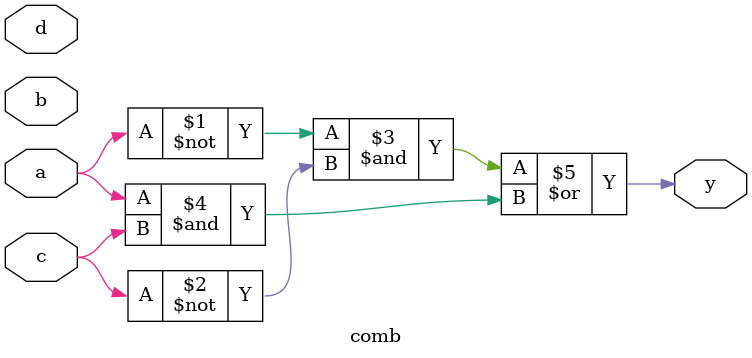
<source format=v>
/*F(A,B,C,D)=SUM(0,1,4,5,10,11,14,15)
Y=((~A)&(~C))|(A&C)*/

module comb(
  input a,b,c,d,
  output y);
  assign y=((~a)&(~c))|(a&c);
endmodule

</source>
